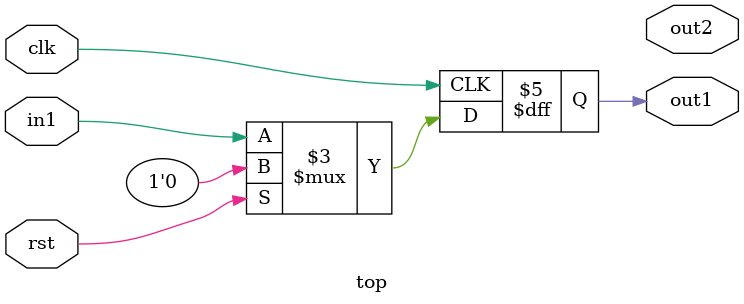
<source format=v>
`timescale 1ns / 1ps  
module top #(      // # is used for parameters in module declaration and instantiation
  parameter par1 = 0, // parameter (generic)
  parameter par2 = 0,  
  parameter par3 = 0
) (
  input       clk,
  input       rst,
  input       in1,
  output  reg out1,
  output  reg out2
);


  // localparam

  // wire

  // reg

  //-----------------------------------------------------------------------------
  // instantiations
  //-----------------------------------------------------------------------------


  //-----------------------------------------------------------------------------
  // logic
  //-----------------------------------------------------------------------------

  always @ (posedge clk) // sync reset
  begin
    if (rst)
      out1 <= 0;
    else begin
      out1 <= in1;
    end
  end 



endmodule
</source>
